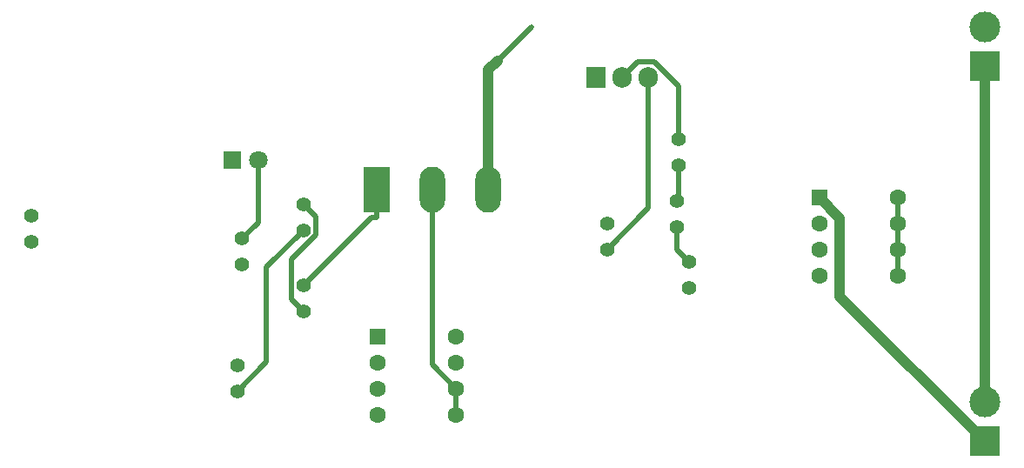
<source format=gbr>
%TF.GenerationSoftware,KiCad,Pcbnew,9.0.2-9.0.2-0~ubuntu24.04.1*%
%TF.CreationDate,2025-10-22T08:36:29+03:00*%
%TF.ProjectId,atlas-test-task,61746c61-732d-4746-9573-742d7461736b,rev?*%
%TF.SameCoordinates,Original*%
%TF.FileFunction,Copper,L2,Bot*%
%TF.FilePolarity,Positive*%
%FSLAX46Y46*%
G04 Gerber Fmt 4.6, Leading zero omitted, Abs format (unit mm)*
G04 Created by KiCad (PCBNEW 9.0.2-9.0.2-0~ubuntu24.04.1) date 2025-10-22 08:36:29*
%MOMM*%
%LPD*%
G01*
G04 APERTURE LIST*
G04 Aperture macros list*
%AMRoundRect*
0 Rectangle with rounded corners*
0 $1 Rounding radius*
0 $2 $3 $4 $5 $6 $7 $8 $9 X,Y pos of 4 corners*
0 Add a 4 corners polygon primitive as box body*
4,1,4,$2,$3,$4,$5,$6,$7,$8,$9,$2,$3,0*
0 Add four circle primitives for the rounded corners*
1,1,$1+$1,$2,$3*
1,1,$1+$1,$4,$5*
1,1,$1+$1,$6,$7*
1,1,$1+$1,$8,$9*
0 Add four rect primitives between the rounded corners*
20,1,$1+$1,$2,$3,$4,$5,0*
20,1,$1+$1,$4,$5,$6,$7,0*
20,1,$1+$1,$6,$7,$8,$9,0*
20,1,$1+$1,$8,$9,$2,$3,0*%
G04 Aperture macros list end*
%TA.AperFunction,ComponentPad*%
%ADD10C,1.400000*%
%TD*%
%TA.AperFunction,ComponentPad*%
%ADD11R,3.000000X3.000000*%
%TD*%
%TA.AperFunction,ComponentPad*%
%ADD12C,3.000000*%
%TD*%
%TA.AperFunction,ComponentPad*%
%ADD13R,2.500000X4.500000*%
%TD*%
%TA.AperFunction,ComponentPad*%
%ADD14O,2.500000X4.500000*%
%TD*%
%TA.AperFunction,ComponentPad*%
%ADD15RoundRect,0.250000X-0.550000X-0.550000X0.550000X-0.550000X0.550000X0.550000X-0.550000X0.550000X0*%
%TD*%
%TA.AperFunction,ComponentPad*%
%ADD16C,1.600000*%
%TD*%
%TA.AperFunction,ComponentPad*%
%ADD17R,1.905000X2.000000*%
%TD*%
%TA.AperFunction,ComponentPad*%
%ADD18O,1.905000X2.000000*%
%TD*%
%TA.AperFunction,ComponentPad*%
%ADD19R,1.800000X1.800000*%
%TD*%
%TA.AperFunction,ComponentPad*%
%ADD20C,1.800000*%
%TD*%
%TA.AperFunction,ViaPad*%
%ADD21C,0.600000*%
%TD*%
%TA.AperFunction,Conductor*%
%ADD22C,1.000000*%
%TD*%
%TA.AperFunction,Conductor*%
%ADD23C,0.500000*%
%TD*%
G04 APERTURE END LIST*
D10*
%TO.P,R2,1*%
%TO.N,5v*%
X90460000Y-95850000D03*
%TO.P,R2,2*%
%TO.N,Net-(R2-Pad2)*%
X90460000Y-93310000D03*
%TD*%
%TO.P,R3,1*%
%TO.N,5v*%
X120000000Y-97720000D03*
%TO.P,R3,2*%
%TO.N,Net-(R3-Pad2)*%
X120000000Y-95180000D03*
%TD*%
D11*
%TO.P,J3,1,Pin_1*%
%TO.N,VCC*%
X156750000Y-79907500D03*
D12*
%TO.P,J3,2,Pin_2*%
%TO.N,Net-(J3-Pin_2)*%
X156750000Y-76027500D03*
%TD*%
D10*
%TO.P,R8,1*%
%TO.N,Net-(R2-Pad2)*%
X90500000Y-103720000D03*
%TO.P,R8,2*%
%TO.N,Net-(Q2-B)*%
X90500000Y-101180000D03*
%TD*%
%TO.P,R5,1*%
%TO.N,Net-(R4-Pad2)*%
X126780000Y-95500000D03*
%TO.P,R5,2*%
%TO.N,Net-(R5-Pad2)*%
X126780000Y-92960000D03*
%TD*%
%TO.P,R7,1*%
%TO.N,Net-(R5-Pad2)*%
X127000000Y-89500000D03*
%TO.P,R7,2*%
%TO.N,GND*%
X127000000Y-86960000D03*
%TD*%
D13*
%TO.P,Q2,1,B*%
%TO.N,Net-(Q2-B)*%
X97550000Y-91875000D03*
D14*
%TO.P,Q2,2,E*%
%TO.N,GND*%
X103000000Y-91875000D03*
%TO.P,Q2,3,C*%
%TO.N,Net-(J3-Pin_2)*%
X108450000Y-91875000D03*
%TD*%
D10*
%TO.P,R6,1*%
%TO.N,Net-(Q2-B)*%
X84500000Y-99220000D03*
%TO.P,R6,2*%
%TO.N,Net-(D1-A)*%
X84500000Y-96680000D03*
%TD*%
%TO.P,pt1000,1*%
%TO.N,Net-(U2A-+)*%
X64000000Y-97000000D03*
%TO.P,pt1000,2*%
%TO.N,GND*%
X64000000Y-94460000D03*
%TD*%
D15*
%TO.P,SW1,1*%
%TO.N,GND*%
X140695000Y-92702500D03*
D16*
%TO.P,SW1,2*%
%TO.N,Net-(R5-Pad2)*%
X140695000Y-95242500D03*
%TO.P,SW1,3*%
%TO.N,Net-(R4-Pad2)*%
X140695000Y-97782500D03*
%TO.P,SW1,4*%
%TO.N,Net-(R3-Pad2)*%
X140695000Y-100322500D03*
%TO.P,SW1,5*%
%TO.N,Net-(U2A--)*%
X148315000Y-100322500D03*
%TO.P,SW1,6*%
X148315000Y-97782500D03*
%TO.P,SW1,7*%
X148315000Y-95242500D03*
%TO.P,SW1,8*%
X148315000Y-92702500D03*
%TD*%
D10*
%TO.P,R1,1*%
%TO.N,5v*%
X84000000Y-111500000D03*
%TO.P,R1,2*%
%TO.N,Net-(U2A-+)*%
X84000000Y-108960000D03*
%TD*%
D15*
%TO.P,U2,1*%
%TO.N,Net-(R2-Pad2)*%
X97695000Y-106190000D03*
D16*
%TO.P,U2,2,-*%
%TO.N,Net-(U2A--)*%
X97695000Y-108730000D03*
%TO.P,U2,3,+*%
%TO.N,Net-(U2A-+)*%
X97695000Y-111270000D03*
%TO.P,U2,4,V-*%
%TO.N,GND*%
X97695000Y-113810000D03*
%TO.P,U2,5,+*%
X105315000Y-113810000D03*
%TO.P,U2,6,-*%
X105315000Y-111270000D03*
%TO.P,U2,7*%
%TO.N,unconnected-(U2-Pad7)*%
X105315000Y-108730000D03*
%TO.P,U2,8,V+*%
%TO.N,5v*%
X105315000Y-106190000D03*
%TD*%
D11*
%TO.P,J1,1,Pin_1*%
%TO.N,GND*%
X156750000Y-116407500D03*
D12*
%TO.P,J1,2,Pin_2*%
%TO.N,VCC*%
X156750000Y-112527500D03*
%TD*%
D17*
%TO.P,U1,1,VI*%
%TO.N,VCC*%
X118960000Y-80950000D03*
D18*
%TO.P,U1,2,GND*%
%TO.N,GND*%
X121500000Y-80950000D03*
%TO.P,U1,3,VO*%
%TO.N,5v*%
X124040000Y-80950000D03*
%TD*%
D19*
%TO.P,D1,1,K*%
%TO.N,GND*%
X83500000Y-89000000D03*
D20*
%TO.P,D1,2,A*%
%TO.N,Net-(D1-A)*%
X86040000Y-89000000D03*
%TD*%
D10*
%TO.P,R4,1*%
%TO.N,Net-(R3-Pad2)*%
X128000000Y-101500000D03*
%TO.P,R4,2*%
%TO.N,Net-(R4-Pad2)*%
X128000000Y-98960000D03*
%TD*%
D21*
%TO.N,Net-(J3-Pin_2)*%
X109347300Y-79327600D03*
%TD*%
D22*
%TO.N,VCC*%
X156750000Y-79907500D02*
X156750000Y-112527500D01*
%TO.N,GND*%
X156750000Y-116407500D02*
X142655200Y-102312700D01*
X142655200Y-102312700D02*
X142655200Y-94662700D01*
X142655200Y-94662700D02*
X140695000Y-92702500D01*
D23*
%TO.N,Net-(D1-A)*%
X86040000Y-89000000D02*
X86040000Y-95140000D01*
X86040000Y-95140000D02*
X84500000Y-96680000D01*
%TO.N,GND*%
X124634700Y-79452300D02*
X127000000Y-81817600D01*
X127000000Y-81817600D02*
X127000000Y-86960000D01*
X103000000Y-91875000D02*
X103000000Y-108955000D01*
X103000000Y-108955000D02*
X105315000Y-111270000D01*
X122997700Y-79452300D02*
X124634700Y-79452300D01*
X121500000Y-80950000D02*
X122997700Y-79452300D01*
X105315000Y-111270000D02*
X105315000Y-113810000D01*
D22*
%TO.N,Net-(J3-Pin_2)*%
X108450000Y-91875000D02*
X108450000Y-80224900D01*
D23*
X109347300Y-79327600D02*
X112647400Y-76027500D01*
X112647400Y-76027500D02*
X109347300Y-79327600D01*
D22*
X108450000Y-80224900D02*
X109347300Y-79327600D01*
D23*
%TO.N,Net-(Q2-B)*%
X97550000Y-91875000D02*
X97550000Y-94625000D01*
X97055000Y-94625000D02*
X97550000Y-94625000D01*
X90500000Y-101180000D02*
X97055000Y-94625000D01*
%TO.N,5v*%
X86866300Y-108633700D02*
X86866300Y-99443700D01*
X84000000Y-111500000D02*
X86866300Y-108633700D01*
X120000000Y-97720000D02*
X124040000Y-93680000D01*
X124040000Y-93680000D02*
X124040000Y-80950000D01*
X86866300Y-99443700D02*
X90460000Y-95850000D01*
%TO.N,Net-(R4-Pad2)*%
X126780000Y-97740000D02*
X126780000Y-95500000D01*
X128000000Y-98960000D02*
X126780000Y-97740000D01*
%TO.N,Net-(R5-Pad2)*%
X127000000Y-92740000D02*
X127000000Y-89500000D01*
X126780000Y-92960000D02*
X127000000Y-92740000D01*
%TO.N,Net-(R2-Pad2)*%
X91676100Y-94526100D02*
X90460000Y-93310000D01*
X91676100Y-96324000D02*
X91676100Y-94526100D01*
X89322400Y-98677700D02*
X91676100Y-96324000D01*
X89322400Y-102542400D02*
X89322400Y-98677700D01*
X90500000Y-103720000D02*
X89322400Y-102542400D01*
%TO.N,Net-(U2A--)*%
X148315000Y-97782500D02*
X148315000Y-95242500D01*
X148315000Y-100322500D02*
X148315000Y-97782500D01*
X148315000Y-95242500D02*
X148315000Y-92702500D01*
%TD*%
M02*

</source>
